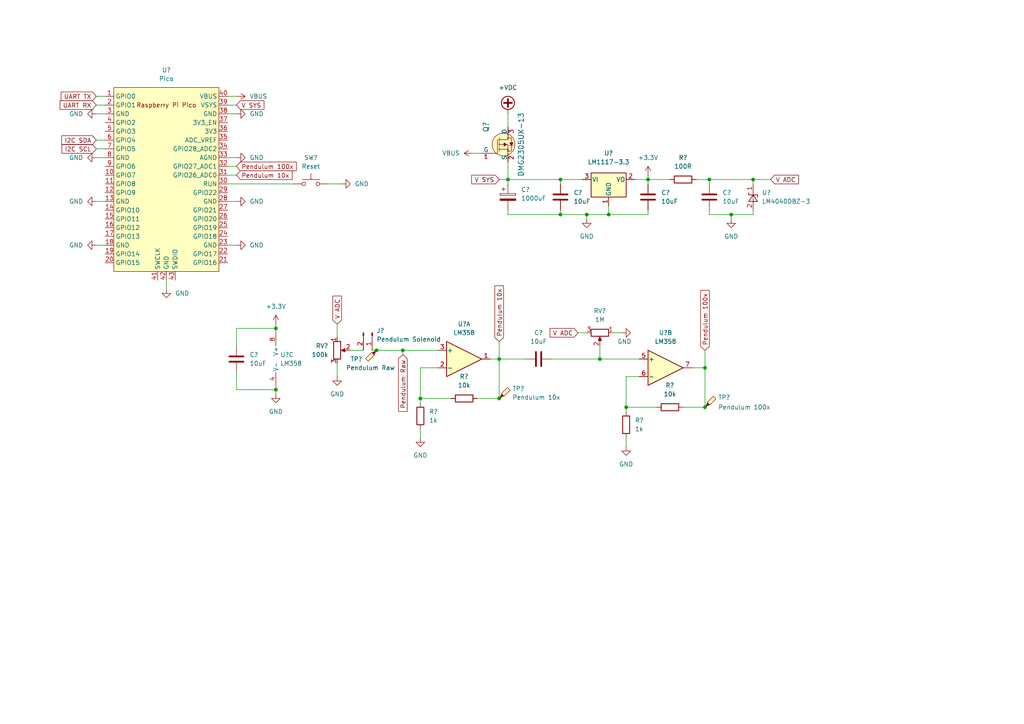
<source format=kicad_sch>
(kicad_sch (version 20211123) (generator eeschema)
  (paper "A4")
  (lib_symbols
    (symbol "Amplifier_Operational:LM358" (pin_names (offset 0.127))
      (property "Reference" "U" (at 0 5.08 0))
      (property "Value" "LM358" (at 0 -5.08 0))
      (symbol "LM358_1_1"
        (polyline (pts (xy -5.08 5.08) (xy 5.08 0) (xy -5.08 -5.08) (xy -5.08 5.08)) (stroke (width 0.254)) (fill (type background)))
        (pin output line (at 7.62 0 180) (length 2.54) (name "~") (number "1"))
        (pin input line (at -7.62 -2.54 0) (length 2.54) (name "-") (number "2"))
        (pin input line (at -7.62 2.54 0) (length 2.54) (name "+") (number "3"))
      )
      (symbol "LM358_2_1"
        (polyline (pts (xy -5.08 5.08) (xy 5.08 0) (xy -5.08 -5.08) (xy -5.08 5.08)) (stroke (width 0.254)) (fill (type background)))
        (pin input line (at -7.62 2.54 0) (length 2.54) (name "+") (number "5"))
        (pin input line (at -7.62 -2.54 0) (length 2.54) (name "-") (number "6"))
        (pin output line (at 7.62 0 180) (length 2.54) (name "~") (number "7"))
      )
      (symbol "LM358_3_1"
        (pin power_in line (at -2.54 -7.62 90) (length 3.81) (name "V-") (number "4"))
        (pin power_in line (at -2.54 7.62 270) (length 3.81) (name "V+") (number "8"))
      )
    )
    (symbol "Connector:Conn_01x02_Male" (pin_names (offset 1.016) hide)
      (property "Reference" "J" (at 0 2.54 0))
      (property "Value" "Conn_01x02_Male" (at 0 -5.08 0))
      (symbol "Conn_01x02_Male_1_1"
        (polyline (pts (xy 1.27 -2.54) (xy 0.8636 -2.54)) (stroke (width 0.1524)))
        (polyline (pts (xy 1.27 0) (xy 0.8636 0)) (stroke (width 0.1524)))
        (rectangle (start 0.8636 -2.413) (end 0 -2.667) (stroke (width 0.1524)) (fill (type outline)))
        (rectangle (start 0.8636 0.127) (end 0 -0.127) (stroke (width 0.1524)) (fill (type outline)))
        (pin passive line (at 5.08 0 180) (length 3.81) (name "Pin_1") (number "1"))
        (pin passive line (at 5.08 -2.54 180) (length 3.81) (name "Pin_2") (number "2"))
      )
    )
    (symbol "Connector:TestPoint_Probe" (pin_numbers hide) (pin_names (offset 0.762) hide)
      (property "Reference" "TP" (at 1.651 5.842 0))
      (property "Value" "TestPoint_Probe" (at 1.651 4.064 0))
      (symbol "TestPoint_Probe_0_1"
        (polyline (pts (xy 1.27 0.762) (xy 0 0) (xy 0.762 1.27) (xy 1.27 0.762)) (fill (type outline)))
        (polyline (pts (xy 1.397 0.635) (xy 0.635 1.397) (xy 2.413 3.175) (xy 3.175 2.413) (xy 1.397 0.635)) (fill (type background)))
      )
      (symbol "TestPoint_Probe_1_1"
        (pin passive line (at 0 0 90) (length 0) (name "1") (number "1"))
      )
    )
    (symbol "Device:C" (pin_numbers hide) (pin_names (offset 0.254))
      (property "Reference" "C" (at 0.635 2.54 0))
      (property "Value" "C" (at 0.635 -2.54 0))
      (symbol "C_0_1"
        (polyline (pts (xy -2.032 -0.762) (xy 2.032 -0.762)) (stroke (width 0.508)))
        (polyline (pts (xy -2.032 0.762) (xy 2.032 0.762)) (stroke (width 0.508)))
      )
      (symbol "C_1_1"
        (pin passive line (at 0 3.81 270) (length 2.794) (name "~") (number "1"))
        (pin passive line (at 0 -3.81 90) (length 2.794) (name "~") (number "2"))
      )
    )
    (symbol "Device:C_Polarized" (pin_numbers hide) (pin_names (offset 0.254))
      (property "Reference" "C" (at 0.635 2.54 0))
      (property "Value" "C_Polarized" (at 0.635 -2.54 0))
      (symbol "C_Polarized_0_1"
        (rectangle (start -2.286 0.508) (end 2.286 1.016))
        (polyline (pts (xy -1.778 2.286) (xy -0.762 2.286)))
        (polyline (pts (xy -1.27 2.794) (xy -1.27 1.778)))
        (rectangle (start 2.286 -0.508) (end -2.286 -1.016) (fill (type outline)))
      )
      (symbol "C_Polarized_1_1"
        (pin passive line (at 0 3.81 270) (length 2.794) (name "~") (number "1"))
        (pin passive line (at 0 -3.81 90) (length 2.794) (name "~") (number "2"))
      )
    )
    (symbol "Device:R" (pin_numbers hide) (pin_names (offset 0))
      (property "Reference" "R" (at 2.032 0 90))
      (property "Value" "R" (at 0 0 90))
      (symbol "R_0_1"
        (rectangle (start -1.016 -2.54) (end 1.016 2.54) (stroke (width 0.254)))
      )
      (symbol "R_1_1"
        (pin passive line (at 0 3.81 270) (length 1.27) (name "~") (number "1"))
        (pin passive line (at 0 -3.81 90) (length 1.27) (name "~") (number "2"))
      )
    )
    (symbol "Device:R_Potentiometer" (pin_names (offset 1.016) hide)
      (property "Reference" "RV" (at -4.445 0 90))
      (property "Value" "R_Potentiometer" (at -2.54 0 90))
      (symbol "R_Potentiometer_0_1"
        (polyline (pts (xy 2.54 0) (xy 1.524 0)))
        (polyline (pts (xy 1.143 0) (xy 2.286 0.508) (xy 2.286 -0.508) (xy 1.143 0)) (fill (type outline)))
        (rectangle (start 1.016 2.54) (end -1.016 -2.54) (stroke (width 0.254)))
      )
      (symbol "R_Potentiometer_1_1"
        (pin passive line (at 0 3.81 270) (length 1.27) (name "1") (number "1"))
        (pin passive line (at 3.81 0 180) (length 1.27) (name "2") (number "2"))
        (pin passive line (at 0 -3.81 90) (length 1.27) (name "3") (number "3"))
      )
    )
    (symbol "MCU_RaspberryPi_and_Boards:Pico"
      (property "Reference" "U" (at -13.97 27.94 0))
      (property "Value" "Pico" (at 0 19.05 0))
      (symbol "Pico_0_0"
        (text "Raspberry Pi Pico" (at 0 21.59 0) (effects (font (size 1.27 1.27))))
      )
      (symbol "Pico_0_1"
        (rectangle (start -15.24 26.67) (end 15.24 -26.67) (fill (type background)))
      )
      (symbol "Pico_1_1"
        (pin bidirectional line (at -17.78 24.13 0) (length 2.54) (name "GPIO0") (number "1"))
        (pin bidirectional line (at -17.78 1.27 0) (length 2.54) (name "GPIO7") (number "10"))
        (pin bidirectional line (at -17.78 -1.27 0) (length 2.54) (name "GPIO8") (number "11"))
        (pin bidirectional line (at -17.78 -3.81 0) (length 2.54) (name "GPIO9") (number "12"))
        (pin power_in line (at -17.78 -6.35 0) (length 2.54) (name "GND") (number "13"))
        (pin bidirectional line (at -17.78 -8.89 0) (length 2.54) (name "GPIO10") (number "14"))
        (pin bidirectional line (at -17.78 -11.43 0) (length 2.54) (name "GPIO11") (number "15"))
        (pin bidirectional line (at -17.78 -13.97 0) (length 2.54) (name "GPIO12") (number "16"))
        (pin bidirectional line (at -17.78 -16.51 0) (length 2.54) (name "GPIO13") (number "17"))
        (pin power_in line (at -17.78 -19.05 0) (length 2.54) (name "GND") (number "18"))
        (pin bidirectional line (at -17.78 -21.59 0) (length 2.54) (name "GPIO14") (number "19"))
        (pin bidirectional line (at -17.78 21.59 0) (length 2.54) (name "GPIO1") (number "2"))
        (pin bidirectional line (at -17.78 -24.13 0) (length 2.54) (name "GPIO15") (number "20"))
        (pin bidirectional line (at 17.78 -24.13 180) (length 2.54) (name "GPIO16") (number "21"))
        (pin bidirectional line (at 17.78 -21.59 180) (length 2.54) (name "GPIO17") (number "22"))
        (pin power_in line (at 17.78 -19.05 180) (length 2.54) (name "GND") (number "23"))
        (pin bidirectional line (at 17.78 -16.51 180) (length 2.54) (name "GPIO18") (number "24"))
        (pin bidirectional line (at 17.78 -13.97 180) (length 2.54) (name "GPIO19") (number "25"))
        (pin bidirectional line (at 17.78 -11.43 180) (length 2.54) (name "GPIO20") (number "26"))
        (pin bidirectional line (at 17.78 -8.89 180) (length 2.54) (name "GPIO21") (number "27"))
        (pin power_in line (at 17.78 -6.35 180) (length 2.54) (name "GND") (number "28"))
        (pin bidirectional line (at 17.78 -3.81 180) (length 2.54) (name "GPIO22") (number "29"))
        (pin power_in line (at -17.78 19.05 0) (length 2.54) (name "GND") (number "3"))
        (pin input line (at 17.78 -1.27 180) (length 2.54) (name "RUN") (number "30"))
        (pin bidirectional line (at 17.78 1.27 180) (length 2.54) (name "GPIO26_ADC0") (number "31"))
        (pin bidirectional line (at 17.78 3.81 180) (length 2.54) (name "GPIO27_ADC1") (number "32"))
        (pin power_in line (at 17.78 6.35 180) (length 2.54) (name "AGND") (number "33"))
        (pin bidirectional line (at 17.78 8.89 180) (length 2.54) (name "GPIO28_ADC2") (number "34"))
        (pin power_in line (at 17.78 11.43 180) (length 2.54) (name "ADC_VREF") (number "35"))
        (pin power_in line (at 17.78 13.97 180) (length 2.54) (name "3V3") (number "36"))
        (pin input line (at 17.78 16.51 180) (length 2.54) (name "3V3_EN") (number "37"))
        (pin bidirectional line (at 17.78 19.05 180) (length 2.54) (name "GND") (number "38"))
        (pin power_in line (at 17.78 21.59 180) (length 2.54) (name "VSYS") (number "39"))
        (pin bidirectional line (at -17.78 16.51 0) (length 2.54) (name "GPIO2") (number "4"))
        (pin power_in line (at 17.78 24.13 180) (length 2.54) (name "VBUS") (number "40"))
        (pin input line (at -2.54 -29.21 90) (length 2.54) (name "SWCLK") (number "41"))
        (pin power_in line (at 0 -29.21 90) (length 2.54) (name "GND") (number "42"))
        (pin bidirectional line (at 2.54 -29.21 90) (length 2.54) (name "SWDIO") (number "43"))
        (pin bidirectional line (at -17.78 13.97 0) (length 2.54) (name "GPIO3") (number "5"))
        (pin bidirectional line (at -17.78 11.43 0) (length 2.54) (name "GPIO4") (number "6"))
        (pin bidirectional line (at -17.78 8.89 0) (length 2.54) (name "GPIO5") (number "7"))
        (pin power_in line (at -17.78 6.35 0) (length 2.54) (name "GND") (number "8"))
        (pin bidirectional line (at -17.78 3.81 0) (length 2.54) (name "GPIO6") (number "9"))
      )
    )
    (symbol "Reference_Voltage:LM4040DBZ-3" (pin_names (offset 0.0254) hide)
      (property "Reference" "U" (at 0 2.54 0))
      (property "Value" "LM4040DBZ-3" (at 0 -3.175 0))
      (symbol "LM4040DBZ-3_0_1"
        (polyline (pts (xy -1.27 0) (xy 0 0) (xy 1.27 0)))
        (polyline (pts (xy -1.27 -1.27) (xy 0.635 0) (xy -1.27 1.27) (xy -1.27 -1.27)) (stroke (width 0.2032)))
        (polyline (pts (xy 0 -1.27) (xy 0.635 -1.27) (xy 0.635 1.27) (xy 1.27 1.27)) (stroke (width 0.2032)))
      )
      (symbol "LM4040DBZ-3_1_1"
        (pin passive line (at 3.81 0 180) (length 2.54) (name "K") (number "1"))
        (pin passive line (at -3.81 0 0) (length 2.54) (name "A") (number "2"))
      )
    )
    (symbol "Regulator_Linear:LM1117-3.3" (pin_names (offset 0.254))
      (property "Reference" "U" (at -3.81 3.175 0))
      (property "Value" "LM1117-3.3" (at 0 3.175 0))
      (symbol "LM1117-3.3_0_1"
        (rectangle (start -5.08 -5.08) (end 5.08 1.905) (stroke (width 0.254)) (fill (type background)))
      )
      (symbol "LM1117-3.3_1_1"
        (pin power_in line (at 0 -7.62 90) (length 2.54) (name "GND") (number "1"))
        (pin power_out line (at 7.62 0 180) (length 2.54) (name "VO") (number "2"))
        (pin power_in line (at -7.62 0 0) (length 2.54) (name "VI") (number "3"))
      )
    )
    (symbol "Switch:SW_Push" (pin_numbers hide) (pin_names (offset 1.016) hide)
      (property "Reference" "SW" (at 1.27 2.54 0))
      (property "Value" "SW_Push" (at 0 -1.524 0))
      (symbol "SW_Push_0_1"
        (circle (center -2.032 0) (radius 0.508))
        (polyline (pts (xy 0 1.27) (xy 0 3.048)))
        (polyline (pts (xy 2.54 1.27) (xy -2.54 1.27)))
        (circle (center 2.032 0) (radius 0.508))
        (pin passive line (at -5.08 0 0) (length 2.54) (name "1") (number "1"))
        (pin passive line (at 5.08 0 180) (length 2.54) (name "2") (number "2"))
      )
    )
    (symbol "dk_Transistors-FETs-MOSFETs-Single:DMG2305UX-13" (pin_names (offset 0))
      (property "Reference" "Q" (at -2.6924 3.6322 0))
      (property "Value" "DMG2305UX-13" (at 3.4544 0 90))
      (symbol "DMG2305UX-13_0_1"
        (circle (center -1.27 0) (radius 3.302) (fill (type background)))
        (circle (center 0 -1.905) (radius 0.127))
        (circle (center 0 -1.397) (radius 0.127))
        (polyline (pts (xy 0 -1.397) (xy -2.54 -1.397)))
        (polyline (pts (xy -5.08 -2.54) (xy -3.048 -2.54) (xy -3.048 1.397)))
        (polyline (pts (xy 0 -2.54) (xy 0 0) (xy -2.54 0)))
        (polyline (pts (xy 0 2.54) (xy 0 1.397) (xy -2.54 1.397)))
        (polyline (pts (xy -0.127 -1.905) (xy 1.016 -1.905) (xy 1.016 1.397) (xy 1.016 1.905) (xy -0.127 1.905)))
        (circle (center 0 1.905) (radius 0.127))
      )
      (symbol "DMG2305UX-13_1_1"
        (polyline (pts (xy -2.54 -1.397) (xy -2.54 -1.905)))
        (polyline (pts (xy -2.54 -1.397) (xy -2.54 -0.889)))
        (polyline (pts (xy -2.54 0) (xy -2.54 -0.508)))
        (polyline (pts (xy -2.54 0) (xy -2.54 0.508)))
        (polyline (pts (xy -2.54 1.905) (xy -2.54 0.889)))
        (polyline (pts (xy 1.524 -0.254) (xy 0.508 -0.254)))
        (polyline (pts (xy -0.381 0) (xy -1.143 0.508) (xy -1.143 -0.508) (xy -0.381 0)) (fill (type outline)))
        (polyline (pts (xy 1.016 -0.254) (xy 1.524 0.508) (xy 0.508 0.508) (xy 1.016 -0.254)) (fill (type outline)))
        (pin bidirectional line (at -7.62 -2.54 0) (length 2.54) (name "G") (number "1"))
        (pin bidirectional line (at 0 -5.08 90) (length 2.54) (name "S") (number "2"))
        (pin bidirectional line (at 0 5.08 270) (length 2.54) (name "D") (number "3"))
      )
    )
    (symbol "power:+3.3V" (power) (pin_names (offset 0))
      (property "Value" "+3.3V" (at 0 3.556 0))
      (symbol "+3.3V_0_1"
        (polyline (pts (xy -0.762 1.27) (xy 0 2.54)))
        (polyline (pts (xy 0 0) (xy 0 2.54)))
        (polyline (pts (xy 0 2.54) (xy 0.762 1.27)))
      )
      (symbol "+3.3V_1_1"
        (pin power_in line (at 0 0 90) (length 0) hide (name "+3.3V") (number "1"))
      )
    )
    (symbol "power:+VDC" (power) (pin_names (offset 0))
      (property "Value" "+VDC" (at 0 6.35 0))
      (symbol "+VDC_0_1"
        (polyline (pts (xy -1.143 3.175) (xy 1.143 3.175)) (stroke (width 0.508)))
        (polyline (pts (xy 0 0) (xy 0 1.27)))
        (polyline (pts (xy 0 2.032) (xy 0 4.318)) (stroke (width 0.508)))
        (circle (center 0 3.175) (radius 1.905) (stroke (width 0.254)))
      )
      (symbol "+VDC_1_1"
        (pin power_in line (at 0 0 90) (length 0) hide (name "+VDC") (number "1"))
      )
    )
    (symbol "power:GND" (power) (pin_names (offset 0))
      (property "Value" "GND" (at 0 -3.81 0))
      (symbol "GND_0_1"
        (polyline (pts (xy 0 0) (xy 0 -1.27) (xy 1.27 -1.27) (xy 0 -2.54) (xy -1.27 -1.27) (xy 0 -1.27)))
      )
      (symbol "GND_1_1"
        (pin power_in line (at 0 0 270) (length 0) hide (name "GND") (number "1"))
      )
    )
    (symbol "power:VBUS" (power) (pin_names (offset 0))
      (property "Value" "VBUS" (at 0 3.81 0))
      (symbol "VBUS_0_1"
        (polyline (pts (xy -0.762 1.27) (xy 0 2.54)))
        (polyline (pts (xy 0 0) (xy 0 2.54)))
        (polyline (pts (xy 0 2.54) (xy 0.762 1.27)))
      )
      (symbol "VBUS_1_1"
        (pin power_in line (at 0 0 90) (length 0) hide (name "VBUS") (number "1"))
      )
    )
  )
  (junction (at 170.18 62.23))
  (junction (at 147.32 52.07))
  (junction (at 205.74 52.07))
  (junction (at 173.99 104.14))
  (junction (at 144.78 115.57))
  (junction (at 80.01 113.03))
  (junction (at 116.84 101.6))
  (junction (at 212.09 62.23))
  (junction (at 181.61 118.11))
  (junction (at 204.47 118.11))
  (junction (at 80.01 95.25))
  (junction (at 121.92 115.57))
  (junction (at 187.96 52.07))
  (junction (at 144.78 104.14))
  (junction (at 176.53 62.23))
  (junction (at 218.44 52.07))
  (junction (at 162.56 62.23))
  (junction (at 204.47 106.68))
  (junction (at 162.56 52.07))
  (junction (at 109.22 101.6))
  (wire (pts (xy 27.94 58.42) (xy 30.48 58.42)))
  (wire (pts (xy 27.94 33.02) (xy 30.48 33.02)))
  (wire (pts (xy 80.01 95.25) (xy 80.01 96.52)))
  (wire (pts (xy 147.32 33.02) (xy 147.32 36.83)))
  (wire (pts (xy 184.15 52.07) (xy 187.96 52.07)))
  (wire (pts (xy 121.92 115.57) (xy 121.92 116.84)))
  (wire (pts (xy 66.04 71.12) (xy 68.58 71.12)))
  (wire (pts (xy 212.09 62.23) (xy 212.09 63.5)))
  (wire (pts (xy 162.56 52.07) (xy 162.56 53.34)))
  (wire (pts (xy 147.32 52.07) (xy 147.32 53.34)))
  (wire (pts (xy 204.47 101.6) (xy 204.47 106.68)))
  (wire (pts (xy 68.58 95.25) (xy 80.01 95.25)))
  (wire (pts (xy 147.32 52.07) (xy 162.56 52.07)))
  (wire (pts (xy 27.94 45.72) (xy 30.48 45.72)))
  (wire (pts (xy 167.64 96.52) (xy 170.18 96.52)))
  (wire (pts (xy 66.04 27.94) (xy 68.58 27.94)))
  (wire (pts (xy 187.96 60.96) (xy 187.96 62.23)))
  (wire (pts (xy 177.8 96.52) (xy 180.34 96.52)))
  (wire (pts (xy 176.53 59.69) (xy 176.53 62.23)))
  (wire (pts (xy 68.58 107.95) (xy 68.58 113.03)))
  (wire (pts (xy 97.79 93.98) (xy 97.79 97.79)))
  (wire (pts (xy 204.47 118.11) (xy 198.12 118.11)))
  (wire (pts (xy 27.94 71.12) (xy 30.48 71.12)))
  (wire (pts (xy 48.26 81.28) (xy 48.26 83.82)))
  (wire (pts (xy 200.66 106.68) (xy 204.47 106.68)))
  (wire (pts (xy 27.94 27.94) (xy 30.48 27.94)))
  (wire (pts (xy 66.04 30.48) (xy 68.58 30.48)))
  (wire (pts (xy 170.18 62.23) (xy 170.18 63.5)))
  (wire (pts (xy 137.16 44.45) (xy 139.7 44.45)))
  (wire (pts (xy 121.92 106.68) (xy 121.92 115.57)))
  (wire (pts (xy 27.94 43.18) (xy 30.48 43.18)))
  (wire (pts (xy 116.84 101.6) (xy 116.84 102.87)))
  (wire (pts (xy 147.32 46.99) (xy 147.32 52.07)))
  (wire (pts (xy 187.96 62.23) (xy 176.53 62.23)))
  (wire (pts (xy 142.24 104.14) (xy 144.78 104.14)))
  (wire (pts (xy 162.56 62.23) (xy 170.18 62.23)))
  (wire (pts (xy 144.78 115.57) (xy 138.43 115.57)))
  (wire (pts (xy 212.09 62.23) (xy 218.44 62.23)))
  (wire (pts (xy 66.04 33.02) (xy 68.58 33.02)))
  (wire (pts (xy 68.58 113.03) (xy 80.01 113.03)))
  (wire (pts (xy 173.99 104.14) (xy 185.42 104.14)))
  (wire (pts (xy 66.04 58.42) (xy 68.58 58.42)))
  (wire (pts (xy 181.61 109.22) (xy 185.42 109.22)))
  (wire (pts (xy 66.04 48.26) (xy 68.58 48.26)))
  (wire (pts (xy 144.78 52.07) (xy 147.32 52.07)))
  (wire (pts (xy 66.04 50.8) (xy 68.58 50.8)))
  (wire (pts (xy 204.47 106.68) (xy 204.47 118.11)))
  (wire (pts (xy 109.22 101.6) (xy 116.84 101.6)))
  (wire (pts (xy 68.58 100.33) (xy 68.58 95.25)))
  (wire (pts (xy 181.61 118.11) (xy 181.61 119.38)))
  (wire (pts (xy 201.93 52.07) (xy 205.74 52.07)))
  (wire (pts (xy 116.84 101.6) (xy 127 101.6)))
  (wire (pts (xy 27.94 40.64) (xy 30.48 40.64)))
  (wire (pts (xy 144.78 104.14) (xy 152.4 104.14)))
  (wire (pts (xy 181.61 127) (xy 181.61 129.54)))
  (wire (pts (xy 181.61 109.22) (xy 181.61 118.11)))
  (wire (pts (xy 27.94 30.48) (xy 30.48 30.48)))
  (wire (pts (xy 205.74 62.23) (xy 212.09 62.23)))
  (wire (pts (xy 130.81 115.57) (xy 121.92 115.57)))
  (wire (pts (xy 168.91 52.07) (xy 162.56 52.07)))
  (wire (pts (xy 80.01 113.03) (xy 80.01 114.3)))
  (wire (pts (xy 80.01 111.76) (xy 80.01 113.03)))
  (wire (pts (xy 147.32 62.23) (xy 162.56 62.23)))
  (wire (pts (xy 205.74 52.07) (xy 205.74 53.34)))
  (wire (pts (xy 121.92 124.46) (xy 121.92 127)))
  (wire (pts (xy 107.95 101.6) (xy 109.22 101.6)))
  (wire (pts (xy 187.96 52.07) (xy 187.96 53.34)))
  (wire (pts (xy 218.44 52.07) (xy 223.52 52.07)))
  (wire (pts (xy 205.74 60.96) (xy 205.74 62.23)))
  (wire (pts (xy 187.96 52.07) (xy 194.31 52.07)))
  (wire (pts (xy 190.5 118.11) (xy 181.61 118.11)))
  (wire (pts (xy 187.96 50.8) (xy 187.96 52.07)))
  (wire (pts (xy 66.04 53.34) (xy 85.09 53.34)))
  (wire (pts (xy 95.25 53.34) (xy 99.06 53.34)))
  (wire (pts (xy 144.78 104.14) (xy 144.78 115.57)))
  (wire (pts (xy 162.56 60.96) (xy 162.56 62.23)))
  (wire (pts (xy 144.78 99.06) (xy 144.78 104.14)))
  (wire (pts (xy 160.02 104.14) (xy 173.99 104.14)))
  (wire (pts (xy 218.44 60.96) (xy 218.44 62.23)))
  (wire (pts (xy 101.6 101.6) (xy 105.41 101.6)))
  (wire (pts (xy 80.01 93.98) (xy 80.01 95.25)))
  (wire (pts (xy 147.32 60.96) (xy 147.32 62.23)))
  (wire (pts (xy 218.44 52.07) (xy 218.44 53.34)))
  (wire (pts (xy 66.04 45.72) (xy 68.58 45.72)))
  (wire (pts (xy 205.74 52.07) (xy 218.44 52.07)))
  (wire (pts (xy 173.99 100.33) (xy 173.99 104.14)))
  (wire (pts (xy 170.18 62.23) (xy 176.53 62.23)))
  (wire (pts (xy 121.92 106.68) (xy 127 106.68)))
  (wire (pts (xy 97.79 105.41) (xy 97.79 109.22)))
  (global_label "I2C SDA" (shape input) (at 27.94 40.64 180) (property "Intersheet References" "${INTERSHEET_REFS}" (effects hide)))
  (global_label "V ADC" (shape input) (at 167.64 96.52 180) (property "Intersheet References" "${INTERSHEET_REFS}" (effects hide)))
  (global_label "V ADC" (shape input) (at 97.79 93.98 90) (property "Intersheet References" "${INTERSHEET_REFS}" (effects hide)))
  (global_label "Pendulum Raw" (shape input) (at 116.84 102.87 270) (property "Intersheet References" "${INTERSHEET_REFS}" (effects hide)))
  (global_label "Pendulum 10x" (shape input) (at 144.78 99.06 90) (property "Intersheet References" "${INTERSHEET_REFS}" (effects hide)))
  (global_label "Pendulum 100x" (shape input) (at 204.47 101.6 90) (property "Intersheet References" "${INTERSHEET_REFS}" (effects hide)))
  (global_label "V SYS" (shape input) (at 68.58 30.48 0) (property "Intersheet References" "${INTERSHEET_REFS}" (effects hide)))
  (global_label "UART TX" (shape input) (at 27.94 27.94 180) (property "Intersheet References" "${INTERSHEET_REFS}" (effects hide)))
  (global_label "Pendulum 100x" (shape input) (at 68.58 48.26 0) (property "Intersheet References" "${INTERSHEET_REFS}" (effects hide)))
  (global_label "Pendulum 10x" (shape input) (at 68.58 50.8 0) (property "Intersheet References" "${INTERSHEET_REFS}" (effects hide)))
  (global_label "V SYS" (shape input) (at 144.78 52.07 180) (property "Intersheet References" "${INTERSHEET_REFS}" (effects hide)))
  (global_label "I2C SCL" (shape input) (at 27.94 43.18 180) (property "Intersheet References" "${INTERSHEET_REFS}" (effects hide)))
  (global_label "UART RX" (shape input) (at 27.94 30.48 180) (property "Intersheet References" "${INTERSHEET_REFS}" (effects hide)))
  (global_label "V ADC" (shape input) (at 223.52 52.07 0) (property "Intersheet References" "${INTERSHEET_REFS}" (effects hide)))
  (symbol (lib_id "Connector:TestPoint_Probe") (at 109.22 101.6 180) (unit 1)
    (property "Reference" "TP?" (at 101.6 104.14 0) (effects (justify right)))
    (property "Value" "Pendulum Raw" (at 100.33 106.68 0) (effects (justify right)))
  )
  (symbol (lib_id "power:GND") (at 68.58 45.72 90) (unit 1)
    (property "Reference" "#PWR?" (effects hide))
    (property "Value" "GND" (at 72.39 45.7199 90) (effects (justify right)))
  )
  (symbol (lib_id "Amplifier_Operational:LM358") (at 193.04 106.68 0) (unit 2)
    (property "Reference" "U?" (at 193.04 96.52 0))
    (property "Value" "LM358" (at 193.04 99.06 0))
    (property "Datasheet" "http://www.ti.com/lit/ds/symlink/lm2904-n.pdf" (effects hide))
  )
  (symbol (lib_id "Connector:TestPoint_Probe") (at 144.78 115.57 0) (unit 1)
    (property "Reference" "TP?" (at 148.59 112.7124 0) (effects (justify left)))
    (property "Value" "Pendulum 10x" (at 148.59 115.2524 0) (effects (justify left)))
  )
  (symbol (lib_id "power:GND") (at 97.79 109.22 0) (unit 1)
    (property "Reference" "#PWR?" (effects hide))
    (property "Value" "GND" (at 97.79 114.3 0))
  )
  (symbol (lib_id "power:GND") (at 181.61 129.54 0) (unit 1)
    (property "Reference" "#PWR?" (effects hide))
    (property "Value" "GND" (at 181.61 134.62 0))
  )
  (symbol (lib_id "Amplifier_Operational:LM358") (at 82.55 104.14 0) (unit 3)
    (property "Reference" "U?" (at 81.28 102.8699 0) (effects (justify left)))
    (property "Value" "LM358" (at 81.28 105.4099 0) (effects (justify left)))
    (property "Datasheet" "http://www.ti.com/lit/ds/symlink/lm2904-n.pdf" (effects hide))
  )
  (symbol (lib_id "power:+3.3V") (at 187.96 50.8 0) (unit 1)
    (property "Reference" "#PWR?" (effects hide))
    (property "Value" "+3.3V" (at 187.96 45.72 0))
  )
  (symbol (lib_id "power:GND") (at 212.09 63.5 0) (unit 1)
    (property "Reference" "#PWR?" (effects hide))
    (property "Value" "GND" (at 212.09 68.58 0))
  )
  (symbol (lib_id "power:GND") (at 68.58 71.12 90) (unit 1)
    (property "Reference" "#PWR?" (effects hide))
    (property "Value" "GND" (at 72.39 71.1199 90) (effects (justify right)))
  )
  (symbol (lib_id "Device:C") (at 156.21 104.14 90) (unit 1)
    (property "Reference" "C?" (at 156.21 96.52 90))
    (property "Value" "10uF" (at 156.21 99.06 90))
  )
  (symbol (lib_id "Device:C") (at 68.58 104.14 0) (unit 1)
    (property "Reference" "C?" (at 72.39 102.8699 0) (effects (justify left)))
    (property "Value" "10uF" (at 72.39 105.4099 0) (effects (justify left)))
  )
  (symbol (lib_id "Device:R_Potentiometer") (at 173.99 96.52 270) (unit 1)
    (property "Reference" "RV?" (at 173.99 90.17 90))
    (property "Value" "1M" (at 173.99 92.71 90))
  )
  (symbol (lib_id "power:GND") (at 48.26 83.82 0) (unit 1)
    (property "Reference" "#PWR?" (effects hide))
    (property "Value" "GND" (at 50.8 85.0899 0) (effects (justify left)))
  )
  (symbol (lib_id "Device:R_Potentiometer") (at 97.79 101.6 0) (unit 1)
    (property "Reference" "RV?" (at 95.25 100.3299 0) (effects (justify right)))
    (property "Value" "100k" (at 95.25 102.8699 0) (effects (justify right)))
  )
  (symbol (lib_id "Device:R") (at 181.61 123.19 0) (unit 1)
    (property "Reference" "R?" (at 184.15 121.9199 0) (effects (justify left)))
    (property "Value" "1k" (at 184.15 124.4599 0) (effects (justify left)))
  )
  (symbol (lib_id "Device:R") (at 121.92 120.65 0) (unit 1)
    (property "Reference" "R?" (at 124.46 119.3799 0) (effects (justify left)))
    (property "Value" "1k" (at 124.46 121.9199 0) (effects (justify left)))
  )
  (symbol (lib_id "MCU_RaspberryPi_and_Boards:Pico") (at 48.26 52.07 0) (unit 1)
    (property "Reference" "U?" (at 48.26 20.32 0))
    (property "Value" "Pico" (at 48.26 22.86 0))
    (property "Footprint" "RPi_Pico:RPi_Pico_SMD_TH" (effects hide))
  )
  (symbol (lib_id "Device:C") (at 162.56 57.15 0) (unit 1)
    (property "Reference" "C?" (at 166.37 55.8799 0) (effects (justify left)))
    (property "Value" "10uF" (at 166.37 58.4199 0) (effects (justify left)))
  )
  (symbol (lib_id "Switch:SW_Push") (at 90.17 53.34 0) (unit 1)
    (property "Reference" "SW?" (at 90.17 45.72 0))
    (property "Value" "Reset" (at 90.17 48.26 0))
  )
  (symbol (lib_id "power:GND") (at 27.94 58.42 270) (unit 1)
    (property "Reference" "#PWR?" (effects hide))
    (property "Value" "GND" (at 24.13 58.4199 90) (effects (justify right)))
  )
  (symbol (lib_id "Device:C") (at 205.74 57.15 0) (unit 1)
    (property "Reference" "C?" (at 209.55 55.8799 0) (effects (justify left)))
    (property "Value" "10uF" (at 209.55 58.4199 0) (effects (justify left)))
  )
  (symbol (lib_id "Device:C_Polarized") (at 147.32 57.15 0) (unit 1)
    (property "Reference" "C?" (at 151.13 54.9909 0) (effects (justify left)))
    (property "Value" "1000uF" (at 151.13 57.5309 0) (effects (justify left)))
  )
  (symbol (lib_id "power:GND") (at 68.58 33.02 90) (unit 1)
    (property "Reference" "#PWR?" (effects hide))
    (property "Value" "GND" (at 72.39 33.0199 90) (effects (justify right)))
  )
  (symbol (lib_id "Connector:Conn_01x02_Male") (at 107.95 96.52 270) (unit 1)
    (property "Reference" "J?" (at 109.22 95.8849 90) (effects (justify left)))
    (property "Value" "Pendulum Solenoid" (at 109.22 98.4249 90) (effects (justify left)))
  )
  (symbol (lib_id "power:+VDC") (at 147.32 33.02 0) (unit 1)
    (property "Reference" "#PWR?" (effects hide))
    (property "Value" "+VDC" (at 147.32 25.4 0))
  )
  (symbol (lib_id "Device:R") (at 194.31 118.11 90) (unit 1)
    (property "Reference" "R?" (at 194.31 111.76 90))
    (property "Value" "10k" (at 194.31 114.3 90))
  )
  (symbol (lib_id "power:GND") (at 27.94 71.12 270) (unit 1)
    (property "Reference" "#PWR?" (effects hide))
    (property "Value" "GND" (at 24.13 71.1199 90) (effects (justify right)))
  )
  (symbol (lib_id "power:GND") (at 80.01 114.3 0) (unit 1)
    (property "Reference" "#PWR?" (effects hide))
    (property "Value" "GND" (at 80.01 119.38 0))
  )
  (symbol (lib_id "power:+3.3V") (at 80.01 93.98 0) (unit 1)
    (property "Reference" "#PWR?" (effects hide))
    (property "Value" "+3.3V" (at 80.01 88.9 0))
  )
  (symbol (lib_id "power:VBUS") (at 137.16 44.45 90) (unit 1)
    (property "Reference" "#PWR?" (effects hide))
    (property "Value" "VBUS" (at 133.35 44.4499 90) (effects (justify left)))
  )
  (symbol (lib_id "Amplifier_Operational:LM358") (at 134.62 104.14 0) (unit 1)
    (property "Reference" "U?" (at 134.62 93.98 0))
    (property "Value" "LM358" (at 134.62 96.52 0))
    (property "Datasheet" "http://www.ti.com/lit/ds/symlink/lm2904-n.pdf" (effects hide))
  )
  (symbol (lib_id "power:GND") (at 170.18 63.5 0) (unit 1)
    (property "Reference" "#PWR?" (effects hide))
    (property "Value" "GND" (at 170.18 68.58 0))
  )
  (symbol (lib_id "power:GND") (at 27.94 45.72 270) (unit 1)
    (property "Reference" "#PWR?" (effects hide))
    (property "Value" "GND" (at 24.13 45.7199 90) (effects (justify right)))
  )
  (symbol (lib_id "power:VBUS") (at 68.58 27.94 270) (unit 1)
    (property "Reference" "#PWR?" (effects hide))
    (property "Value" "VBUS" (at 72.39 27.9399 90) (effects (justify left)))
  )
  (symbol (lib_id "Connector:TestPoint_Probe") (at 204.47 118.11 0) (unit 1)
    (property "Reference" "TP?" (at 208.28 115.2524 0) (effects (justify left)))
    (property "Value" "Pendulum 100x" (at 208.28 118.11 0) (effects (justify left)))
  )
  (symbol (lib_id "power:GND") (at 68.58 58.42 90) (unit 1)
    (property "Reference" "#PWR?" (effects hide))
    (property "Value" "GND" (at 72.39 58.4199 90) (effects (justify right)))
  )
  (symbol (lib_id "Device:R") (at 134.62 115.57 90) (unit 1)
    (property "Reference" "R?" (at 134.62 109.22 90))
    (property "Value" "10k" (at 134.62 111.76 90))
  )
  (symbol (lib_id "power:GND") (at 27.94 33.02 270) (unit 1)
    (property "Reference" "#PWR?" (effects hide))
    (property "Value" "GND" (at 24.13 33.0199 90) (effects (justify right)))
  )
  (symbol (lib_id "dk_Transistors-FETs-MOSFETs-Single:DMG2305UX-13") (at 147.32 41.91 0) (unit 1)
    (property "Reference" "Q?" (at 140.97 36.83 90) (effects (font (size 1.524 1.524))))
    (property "Value" "DMG2305UX-13" (at 151.13 41.91 90) (effects (font (size 1.524 1.524))))
    (property "Footprint" "digikey-footprints:SOT-23-3" (effects hide))
    (property "Datasheet" "https://www.diodes.com/assets/Datasheets/DMG2305UX.pdf" (effects hide))
    (property "Digi-Key_PN" "DMG2305UX-13DICT-ND" (effects hide))
    (property "MPN" "DMG2305UX-13" (effects hide))
    (property "Category" "Discrete Semiconductor Products" (effects hide))
    (property "Family" "Transistors - FETs, MOSFETs - Single" (effects hide))
    (property "DK_Datasheet_Link" "https://www.diodes.com/assets/Datasheets/DMG2305UX.pdf" (effects hide))
    (property "DK_Detail_Page" "/product-detail/en/diodes-incorporated/DMG2305UX-13/DMG2305UX-13DICT-ND/4251589" (effects hide))
    (property "Description" "MOSFET P-CH 20V 4.2A SOT23" (effects hide))
    (property "Manufacturer" "Diodes Incorporated" (effects hide))
    (property "Status" "Active" (effects hide))
  )
  (symbol (lib_id "power:GND") (at 99.06 53.34 90) (unit 1)
    (property "Reference" "#PWR?" (effects hide))
    (property "Value" "GND" (at 102.87 53.3399 90) (effects (justify right)))
  )
  (symbol (lib_id "Reference_Voltage:LM4040DBZ-3") (at 218.44 57.15 90) (unit 1)
    (property "Reference" "U?" (at 220.98 55.8799 90) (effects (justify right)))
    (property "Value" "LM4040DBZ-3" (at 220.98 58.4199 90) (effects (justify right)))
    (property "Footprint" "Package_TO_SOT_SMD:SOT-23" (effects hide))
    (property "Datasheet" "http://www.ti.com/lit/ds/symlink/lm4040-n.pdf" (effects hide))
  )
  (symbol (lib_id "power:GND") (at 180.34 96.52 90) (unit 1)
    (property "Reference" "#PWR?" (effects hide))
    (property "Value" "GND" (at 179.07 99.06 90) (effects (justify right)))
  )
  (symbol (lib_id "Device:R") (at 198.12 52.07 90) (unit 1)
    (property "Reference" "R?" (at 198.12 45.72 90))
    (property "Value" "100R" (at 198.12 48.26 90))
  )
  (symbol (lib_id "Device:C") (at 187.96 57.15 0) (unit 1)
    (property "Reference" "C?" (at 191.77 55.8799 0) (effects (justify left)))
    (property "Value" "10uF" (at 191.77 58.4199 0) (effects (justify left)))
  )
  (symbol (lib_id "power:GND") (at 121.92 127 0) (unit 1)
    (property "Reference" "#PWR?" (effects hide))
    (property "Value" "GND" (at 121.92 132.08 0))
  )
  (symbol (lib_id "Regulator_Linear:LM1117-3.3") (at 176.53 52.07 0) (unit 1)
    (property "Reference" "U?" (at 176.53 44.45 0))
    (property "Value" "LM1117-3.3" (at 176.53 46.99 0))
    (property "Datasheet" "http://www.ti.com/lit/ds/symlink/lm1117.pdf" (effects hide))
  )
)
</source>
